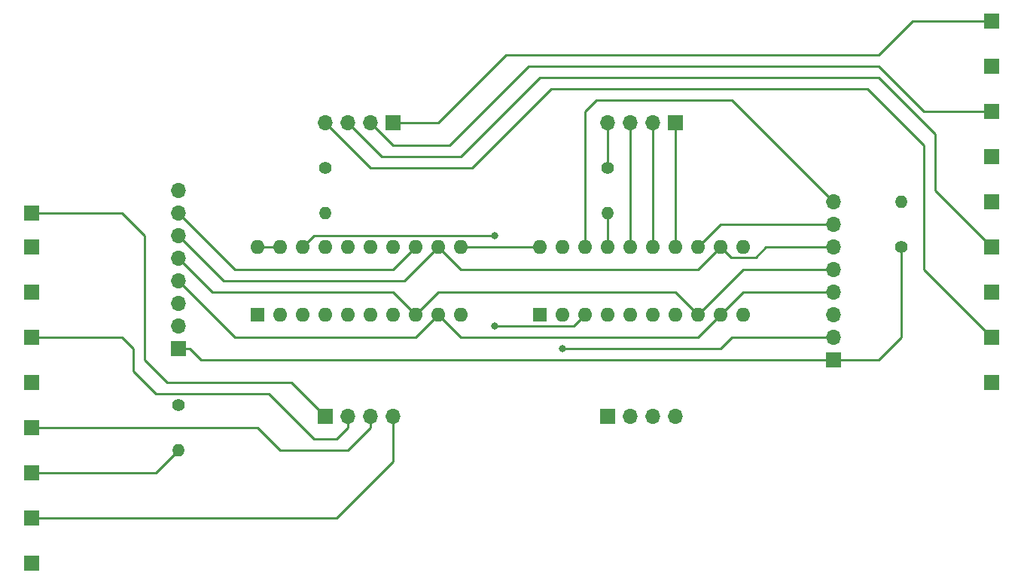
<source format=gbr>
%TF.GenerationSoftware,KiCad,Pcbnew,(5.1.10)-1*%
%TF.CreationDate,2021-11-06T15:24:40-06:00*%
%TF.ProjectId,12v_7-SegmentTriColor_LED_Breakout,3132765f-372d-4536-9567-6d656e745472,rev?*%
%TF.SameCoordinates,Original*%
%TF.FileFunction,Copper,L2,Bot*%
%TF.FilePolarity,Positive*%
%FSLAX46Y46*%
G04 Gerber Fmt 4.6, Leading zero omitted, Abs format (unit mm)*
G04 Created by KiCad (PCBNEW (5.1.10)-1) date 2021-11-06 15:24:40*
%MOMM*%
%LPD*%
G01*
G04 APERTURE LIST*
%TA.AperFunction,ComponentPad*%
%ADD10O,1.700000X1.700000*%
%TD*%
%TA.AperFunction,ComponentPad*%
%ADD11R,1.700000X1.700000*%
%TD*%
%TA.AperFunction,ComponentPad*%
%ADD12O,1.400000X1.400000*%
%TD*%
%TA.AperFunction,ComponentPad*%
%ADD13C,1.400000*%
%TD*%
%TA.AperFunction,ComponentPad*%
%ADD14O,1.600000X1.600000*%
%TD*%
%TA.AperFunction,ComponentPad*%
%ADD15R,1.600000X1.600000*%
%TD*%
%TA.AperFunction,ViaPad*%
%ADD16C,0.800000*%
%TD*%
%TA.AperFunction,Conductor*%
%ADD17C,0.250000*%
%TD*%
G04 APERTURE END LIST*
D10*
%TO.P,In0,8*%
%TO.N,Net-(In0-Pad8)*%
X96520000Y-76200000D03*
%TO.P,In0,7*%
%TO.N,Net-(In0-Pad7)*%
X96520000Y-78740000D03*
%TO.P,In0,6*%
%TO.N,Net-(In0-Pad6)*%
X96520000Y-81280000D03*
%TO.P,In0,5*%
%TO.N,Net-(In0-Pad5)*%
X96520000Y-83820000D03*
%TO.P,In0,4*%
%TO.N,Net-(In0-Pad4)*%
X96520000Y-86360000D03*
%TO.P,In0,3*%
%TO.N,Net-(In0-Pad3)*%
X96520000Y-88900000D03*
%TO.P,In0,2*%
%TO.N,Net-(In0-Pad2)*%
X96520000Y-91440000D03*
D11*
%TO.P,In0,1*%
%TO.N,Net-(In0-Pad1)*%
X96520000Y-93980000D03*
%TD*%
D12*
%TO.P,RedRes0,2*%
%TO.N,Net-(12v_R0-Pad1)*%
X96520000Y-105410000D03*
D13*
%TO.P,RedRes0,1*%
%TO.N,Net-(In0-Pad1)*%
X96520000Y-100330000D03*
%TD*%
D11*
%TO.P,Red0,1*%
%TO.N,Net-(Red0-Pad1)*%
X80010000Y-78740000D03*
%TD*%
D12*
%TO.P,Res1,2*%
%TO.N,Net-(12v_G0-Pad1)*%
X177800000Y-77470000D03*
D13*
%TO.P,Res1,1*%
%TO.N,Net-(In0-Pad1)*%
X177800000Y-82550000D03*
%TD*%
D14*
%TO.P,ShiftRegister0,20*%
%TO.N,Net-(In0-Pad3)*%
X105410000Y-82550000D03*
%TO.P,ShiftRegister0,10*%
X128270000Y-90170000D03*
%TO.P,ShiftRegister0,19*%
X107950000Y-82550000D03*
%TO.P,ShiftRegister0,9*%
%TO.N,Net-(In0-Pad4)*%
X125730000Y-90170000D03*
%TO.P,ShiftRegister0,18*%
%TO.N,Net-(ShiftRegister0-Pad18)*%
X110490000Y-82550000D03*
%TO.P,ShiftRegister0,8*%
%TO.N,Net-(In0-Pad5)*%
X123190000Y-90170000D03*
%TO.P,ShiftRegister0,17*%
%TO.N,Net-(DotRes0-Pad2)*%
X113030000Y-82550000D03*
%TO.P,ShiftRegister0,7*%
%TO.N,Net-(Red3-Pad1)*%
X120650000Y-90170000D03*
%TO.P,ShiftRegister0,16*%
%TO.N,Net-(Red6-Pad1)*%
X115570000Y-82550000D03*
%TO.P,ShiftRegister0,6*%
%TO.N,Net-(Red2-Pad1)*%
X118110000Y-90170000D03*
%TO.P,ShiftRegister0,15*%
%TO.N,Net-(Red5-Pad1)*%
X118110000Y-82550000D03*
%TO.P,ShiftRegister0,5*%
%TO.N,Net-(Red1-Pad1)*%
X115570000Y-90170000D03*
%TO.P,ShiftRegister0,14*%
%TO.N,Net-(Red4-Pad1)*%
X120650000Y-82550000D03*
%TO.P,ShiftRegister0,4*%
%TO.N,Net-(Red0-Pad1)*%
X113030000Y-90170000D03*
%TO.P,ShiftRegister0,13*%
%TO.N,Net-(In0-Pad7)*%
X123190000Y-82550000D03*
%TO.P,ShiftRegister0,3*%
%TO.N,Net-(In0-Pad8)*%
X110490000Y-90170000D03*
%TO.P,ShiftRegister0,12*%
%TO.N,Net-(In0-Pad6)*%
X125730000Y-82550000D03*
%TO.P,ShiftRegister0,2*%
%TO.N,Net-(In0-Pad2)*%
X107950000Y-90170000D03*
%TO.P,ShiftRegister0,11*%
%TO.N,Net-(In0-Pad3)*%
X128270000Y-82550000D03*
D15*
%TO.P,ShiftRegister0,1*%
X105410000Y-90170000D03*
%TD*%
D10*
%TO.P,SR_Pins3,4*%
%TO.N,Net-(DotRes1-Pad1)*%
X144780000Y-68580000D03*
%TO.P,SR_Pins3,3*%
%TO.N,Net-(Green6-Pad1)*%
X147320000Y-68580000D03*
%TO.P,SR_Pins3,2*%
%TO.N,Net-(Green5-Pad1)*%
X149860000Y-68580000D03*
D11*
%TO.P,SR_Pins3,1*%
%TO.N,Net-(Green4-Pad1)*%
X152400000Y-68580000D03*
%TD*%
D10*
%TO.P,SR_Pins2,4*%
%TO.N,Net-(Green3-Pad1)*%
X152400000Y-101600000D03*
%TO.P,SR_Pins2,3*%
%TO.N,Net-(Green2-Pad1)*%
X149860000Y-101600000D03*
%TO.P,SR_Pins2,2*%
%TO.N,Net-(Green1-Pad1)*%
X147320000Y-101600000D03*
D11*
%TO.P,SR_Pins2,1*%
%TO.N,Net-(Green0-Pad1)*%
X144780000Y-101600000D03*
%TD*%
D10*
%TO.P,SR_Pins1,4*%
%TO.N,Net-(DotRes0-Pad1)*%
X113030000Y-68580000D03*
%TO.P,SR_Pins1,3*%
%TO.N,Net-(Red6-Pad1)*%
X115570000Y-68580000D03*
%TO.P,SR_Pins1,2*%
%TO.N,Net-(Red5-Pad1)*%
X118110000Y-68580000D03*
D11*
%TO.P,SR_Pins1,1*%
%TO.N,Net-(Red4-Pad1)*%
X120650000Y-68580000D03*
%TD*%
D10*
%TO.P,SR_Pins0,4*%
%TO.N,Net-(Red3-Pad1)*%
X120650000Y-101600000D03*
%TO.P,SR_Pins0,3*%
%TO.N,Net-(Red2-Pad1)*%
X118110000Y-101600000D03*
%TO.P,SR_Pins0,2*%
%TO.N,Net-(Red1-Pad1)*%
X115570000Y-101600000D03*
D11*
%TO.P,SR_Pins0,1*%
%TO.N,Net-(Red0-Pad1)*%
X113030000Y-101600000D03*
%TD*%
D14*
%TO.P,ShiftRegister1,20*%
%TO.N,Net-(In0-Pad3)*%
X137160000Y-82550000D03*
%TO.P,ShiftRegister1,10*%
X160020000Y-90170000D03*
%TO.P,ShiftRegister1,19*%
X139700000Y-82550000D03*
%TO.P,ShiftRegister1,9*%
%TO.N,Net-(In0-Pad4)*%
X157480000Y-90170000D03*
%TO.P,ShiftRegister1,18*%
%TO.N,Net-(Out0-Pad8)*%
X142240000Y-82550000D03*
%TO.P,ShiftRegister1,8*%
%TO.N,Net-(In0-Pad5)*%
X154940000Y-90170000D03*
%TO.P,ShiftRegister1,17*%
%TO.N,Net-(DotRes1-Pad2)*%
X144780000Y-82550000D03*
%TO.P,ShiftRegister1,7*%
%TO.N,Net-(Green3-Pad1)*%
X152400000Y-90170000D03*
%TO.P,ShiftRegister1,16*%
%TO.N,Net-(Green6-Pad1)*%
X147320000Y-82550000D03*
%TO.P,ShiftRegister1,6*%
%TO.N,Net-(Green2-Pad1)*%
X149860000Y-90170000D03*
%TO.P,ShiftRegister1,15*%
%TO.N,Net-(Green5-Pad1)*%
X149860000Y-82550000D03*
%TO.P,ShiftRegister1,5*%
%TO.N,Net-(Green1-Pad1)*%
X147320000Y-90170000D03*
%TO.P,ShiftRegister1,14*%
%TO.N,Net-(Green4-Pad1)*%
X152400000Y-82550000D03*
%TO.P,ShiftRegister1,4*%
%TO.N,Net-(Green0-Pad1)*%
X144780000Y-90170000D03*
%TO.P,ShiftRegister1,13*%
%TO.N,Net-(In0-Pad7)*%
X154940000Y-82550000D03*
%TO.P,ShiftRegister1,3*%
%TO.N,Net-(ShiftRegister0-Pad18)*%
X142240000Y-90170000D03*
%TO.P,ShiftRegister1,12*%
%TO.N,Net-(In0-Pad6)*%
X157480000Y-82550000D03*
%TO.P,ShiftRegister1,2*%
%TO.N,Net-(In0-Pad2)*%
X139700000Y-90170000D03*
%TO.P,ShiftRegister1,11*%
%TO.N,Net-(In0-Pad3)*%
X160020000Y-82550000D03*
D15*
%TO.P,ShiftRegister1,1*%
X137160000Y-90170000D03*
%TD*%
D10*
%TO.P,Out0,8*%
%TO.N,Net-(Out0-Pad8)*%
X170180000Y-77470000D03*
%TO.P,Out0,7*%
%TO.N,Net-(In0-Pad7)*%
X170180000Y-80010000D03*
%TO.P,Out0,6*%
%TO.N,Net-(In0-Pad6)*%
X170180000Y-82550000D03*
%TO.P,Out0,5*%
%TO.N,Net-(In0-Pad5)*%
X170180000Y-85090000D03*
%TO.P,Out0,4*%
%TO.N,Net-(In0-Pad4)*%
X170180000Y-87630000D03*
%TO.P,Out0,3*%
%TO.N,Net-(In0-Pad3)*%
X170180000Y-90170000D03*
%TO.P,Out0,2*%
%TO.N,Net-(In0-Pad2)*%
X170180000Y-92710000D03*
D11*
%TO.P,Out0,1*%
%TO.N,Net-(In0-Pad1)*%
X170180000Y-95250000D03*
%TD*%
%TO.P,Red7,1*%
%TO.N,Net-(DotRes0-Pad1)*%
X187960000Y-92710000D03*
%TD*%
%TO.P,Red6,1*%
%TO.N,Net-(Red6-Pad1)*%
X187960000Y-82550000D03*
%TD*%
%TO.P,Red5,1*%
%TO.N,Net-(Red5-Pad1)*%
X187960000Y-67310000D03*
%TD*%
%TO.P,Red4,1*%
%TO.N,Net-(Red4-Pad1)*%
X187960000Y-57150000D03*
%TD*%
%TO.P,Red3,1*%
%TO.N,Net-(Red3-Pad1)*%
X80010000Y-113030000D03*
%TD*%
%TO.P,Red2,1*%
%TO.N,Net-(Red2-Pad1)*%
X80010000Y-102870000D03*
%TD*%
%TO.P,Red1,1*%
%TO.N,Net-(Red1-Pad1)*%
X80010000Y-92710000D03*
%TD*%
%TO.P,Green7,1*%
%TO.N,Net-(DotRes1-Pad1)*%
X187960000Y-97790000D03*
%TD*%
%TO.P,Green6,1*%
%TO.N,Net-(Green6-Pad1)*%
X187960000Y-87630000D03*
%TD*%
%TO.P,Green5,1*%
%TO.N,Net-(Green5-Pad1)*%
X187960000Y-72390000D03*
%TD*%
%TO.P,Green4,1*%
%TO.N,Net-(Green4-Pad1)*%
X187960000Y-62230000D03*
%TD*%
%TO.P,Green3,1*%
%TO.N,Net-(Green3-Pad1)*%
X80010000Y-118110000D03*
%TD*%
%TO.P,Green2,1*%
%TO.N,Net-(Green2-Pad1)*%
X80010000Y-97790000D03*
%TD*%
%TO.P,Green1,1*%
%TO.N,Net-(Green1-Pad1)*%
X80010000Y-87630000D03*
%TD*%
%TO.P,Green0,1*%
%TO.N,Net-(Green0-Pad1)*%
X80010000Y-82550000D03*
%TD*%
%TO.P,12v_R0,1*%
%TO.N,Net-(12v_R0-Pad1)*%
X80010000Y-107950000D03*
%TD*%
%TO.P,12v_G0,1*%
%TO.N,Net-(12v_G0-Pad1)*%
X187960000Y-77470000D03*
%TD*%
D12*
%TO.P,DotRes1,2*%
%TO.N,Net-(DotRes1-Pad2)*%
X144780000Y-78740000D03*
D13*
%TO.P,DotRes1,1*%
%TO.N,Net-(DotRes1-Pad1)*%
X144780000Y-73660000D03*
%TD*%
D12*
%TO.P,DotRes0,2*%
%TO.N,Net-(DotRes0-Pad2)*%
X113030000Y-78740000D03*
D13*
%TO.P,DotRes0,1*%
%TO.N,Net-(DotRes0-Pad1)*%
X113030000Y-73660000D03*
%TD*%
D16*
%TO.N,Net-(In0-Pad2)*%
X139700000Y-93980000D03*
%TO.N,Net-(ShiftRegister0-Pad18)*%
X132080000Y-81280000D03*
X132080000Y-91440000D03*
%TD*%
D17*
%TO.N,Net-(DotRes0-Pad1)*%
X180340000Y-85090000D02*
X187960000Y-92710000D01*
X180340000Y-71120000D02*
X180340000Y-85090000D01*
X138430000Y-64770000D02*
X173990000Y-64770000D01*
X173990000Y-64770000D02*
X180340000Y-71120000D01*
X113030000Y-68580000D02*
X118110000Y-73660000D01*
X129540000Y-73660000D02*
X138430000Y-64770000D01*
X118110000Y-73660000D02*
X129540000Y-73660000D01*
%TO.N,Net-(DotRes1-Pad2)*%
X144780000Y-78740000D02*
X144780000Y-82550000D01*
%TO.N,Net-(DotRes1-Pad1)*%
X144780000Y-68580000D02*
X144780000Y-73660000D01*
%TO.N,Net-(In0-Pad7)*%
X96520000Y-78740000D02*
X102870000Y-85090000D01*
X102870000Y-85090000D02*
X120650000Y-85090000D01*
X120650000Y-85090000D02*
X123190000Y-82550000D01*
X157480000Y-80010000D02*
X170180000Y-80010000D01*
X154940000Y-82550000D02*
X157480000Y-80010000D01*
%TO.N,Net-(In0-Pad6)*%
X96520000Y-81280000D02*
X101600000Y-86360000D01*
X101600000Y-86360000D02*
X121920000Y-86360000D01*
X121920000Y-86360000D02*
X125730000Y-82550000D01*
X125730000Y-82550000D02*
X128270000Y-85090000D01*
X154940000Y-85090000D02*
X157480000Y-82550000D01*
X128270000Y-85090000D02*
X154940000Y-85090000D01*
X158605001Y-83675001D02*
X161434999Y-83675001D01*
X157480000Y-82550000D02*
X158605001Y-83675001D01*
X162560000Y-82550000D02*
X170180000Y-82550000D01*
X161434999Y-83675001D02*
X162560000Y-82550000D01*
%TO.N,Net-(In0-Pad5)*%
X120650000Y-87630000D02*
X123190000Y-90170000D01*
X100330000Y-87630000D02*
X120650000Y-87630000D01*
X96520000Y-83820000D02*
X100330000Y-87630000D01*
X123190000Y-90170000D02*
X125730000Y-87630000D01*
X152400000Y-87630000D02*
X154940000Y-90170000D01*
X125730000Y-87630000D02*
X152400000Y-87630000D01*
X160020000Y-85090000D02*
X170180000Y-85090000D01*
X154940000Y-90170000D02*
X160020000Y-85090000D01*
%TO.N,Net-(In0-Pad4)*%
X96520000Y-86360000D02*
X102870000Y-92710000D01*
X102870000Y-92710000D02*
X123190000Y-92710000D01*
X123190000Y-92710000D02*
X125730000Y-90170000D01*
X125730000Y-90170000D02*
X128270000Y-92710000D01*
X128270000Y-92710000D02*
X154940000Y-92710000D01*
X154940000Y-92710000D02*
X157480000Y-90170000D01*
X157480000Y-90170000D02*
X160020000Y-87630000D01*
X160020000Y-87630000D02*
X170180000Y-87630000D01*
%TO.N,Net-(In0-Pad3)*%
X105410000Y-82550000D02*
X107950000Y-82550000D01*
X128270000Y-82550000D02*
X137160000Y-82550000D01*
%TO.N,Net-(In0-Pad2)*%
X139700000Y-93980000D02*
X157480000Y-93980000D01*
X158750000Y-92710000D02*
X170180000Y-92710000D01*
X157480000Y-93980000D02*
X158750000Y-92710000D01*
%TO.N,Net-(In0-Pad1)*%
X170180000Y-95250000D02*
X175260000Y-95250000D01*
X177800000Y-92710000D02*
X177800000Y-82550000D01*
X175260000Y-95250000D02*
X177800000Y-92710000D01*
X96520000Y-93980000D02*
X97790000Y-93980000D01*
X97790000Y-93980000D02*
X99060000Y-95250000D01*
X99060000Y-95250000D02*
X170180000Y-95250000D01*
%TO.N,Net-(Out0-Pad8)*%
X158750000Y-66040000D02*
X170180000Y-77470000D01*
X143510000Y-66040000D02*
X158750000Y-66040000D01*
X142240000Y-67310000D02*
X143510000Y-66040000D01*
X142240000Y-82550000D02*
X142240000Y-67310000D01*
%TO.N,Net-(ShiftRegister0-Pad18)*%
X140970000Y-91440000D02*
X142240000Y-90170000D01*
X132080000Y-91440000D02*
X140970000Y-91440000D01*
X111760000Y-81280000D02*
X132080000Y-81280000D01*
X110490000Y-82550000D02*
X111760000Y-81280000D01*
%TO.N,Net-(Green4-Pad1)*%
X152400000Y-68580000D02*
X152400000Y-82550000D01*
%TO.N,Net-(Green5-Pad1)*%
X149860000Y-68580000D02*
X149860000Y-82550000D01*
%TO.N,Net-(Green6-Pad1)*%
X147320000Y-68580000D02*
X147320000Y-82550000D01*
%TO.N,Net-(Red0-Pad1)*%
X92710000Y-81280000D02*
X90170000Y-78740000D01*
X92710000Y-81280000D02*
X92710000Y-95250000D01*
X92710000Y-95250000D02*
X95250000Y-97790000D01*
X95250000Y-97790000D02*
X109220000Y-97790000D01*
X109220000Y-97790000D02*
X113030000Y-101600000D01*
X90170000Y-78740000D02*
X80010000Y-78740000D01*
%TO.N,Net-(Red1-Pad1)*%
X115570000Y-101600000D02*
X115570000Y-102870000D01*
X115570000Y-102870000D02*
X114300000Y-104140000D01*
X114300000Y-104140000D02*
X111760000Y-104140000D01*
X111760000Y-104140000D02*
X106680000Y-99060000D01*
X106680000Y-99060000D02*
X93980000Y-99060000D01*
X93980000Y-99060000D02*
X91440000Y-96520000D01*
X91440000Y-96520000D02*
X91440000Y-93980000D01*
X91440000Y-93980000D02*
X90170000Y-92710000D01*
X90170000Y-92710000D02*
X80010000Y-92710000D01*
%TO.N,Net-(Red2-Pad1)*%
X118110000Y-101600000D02*
X118110000Y-102870000D01*
X118110000Y-102870000D02*
X115570000Y-105410000D01*
X115570000Y-105410000D02*
X107950000Y-105410000D01*
X107950000Y-105410000D02*
X105410000Y-102870000D01*
X105410000Y-102870000D02*
X80010000Y-102870000D01*
%TO.N,Net-(Red3-Pad1)*%
X120650000Y-101600000D02*
X120650000Y-106680000D01*
X120650000Y-106680000D02*
X114300000Y-113030000D01*
X114300000Y-113030000D02*
X80010000Y-113030000D01*
%TO.N,Net-(Red4-Pad1)*%
X133350000Y-60960000D02*
X175260000Y-60960000D01*
X179070000Y-57150000D02*
X187960000Y-57150000D01*
X175260000Y-60960000D02*
X179070000Y-57150000D01*
X125730000Y-68580000D02*
X133350000Y-60960000D01*
X120650000Y-68580000D02*
X125730000Y-68580000D01*
%TO.N,Net-(Red5-Pad1)*%
X135890000Y-62230000D02*
X175260000Y-62230000D01*
X180340000Y-67310000D02*
X187960000Y-67310000D01*
X175260000Y-62230000D02*
X180340000Y-67310000D01*
X118110000Y-68580000D02*
X120650000Y-71120000D01*
X127000000Y-71120000D02*
X135890000Y-62230000D01*
X120650000Y-71120000D02*
X127000000Y-71120000D01*
%TO.N,Net-(Red6-Pad1)*%
X181610000Y-76200000D02*
X187960000Y-82550000D01*
X181610000Y-69850000D02*
X181610000Y-76200000D01*
X137160000Y-63500000D02*
X175260000Y-63500000D01*
X175260000Y-63500000D02*
X181610000Y-69850000D01*
X115570000Y-68580000D02*
X119380000Y-72390000D01*
X119380000Y-72390000D02*
X128270000Y-72390000D01*
X128270000Y-72390000D02*
X137160000Y-63500000D01*
%TO.N,Net-(12v_R0-Pad1)*%
X96520000Y-105410000D02*
X93980000Y-107950000D01*
X93980000Y-107950000D02*
X80010000Y-107950000D01*
%TD*%
M02*

</source>
